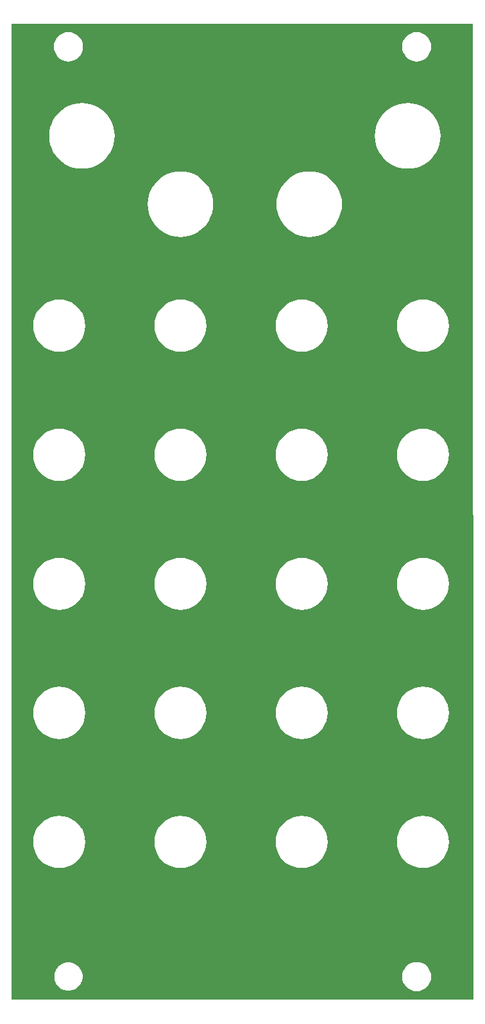
<source format=gbl>
G04 Layer_Physical_Order=2*
G04 Layer_Color=16711680*
%FSLAX25Y25*%
%MOIN*%
G70*
G01*
G75*
G36*
X-0Y-515158D02*
X-354Y-515512D01*
X-240000Y-515512D01*
Y-9606D01*
X-216D01*
X-0Y-515158D01*
D02*
G37*
%LPC*%
G36*
X-26262Y-353281D02*
X-28381Y-353448D01*
X-30449Y-353944D01*
X-32413Y-354758D01*
X-34226Y-355869D01*
X-35843Y-357250D01*
X-37224Y-358866D01*
X-38335Y-360679D01*
X-39148Y-362644D01*
X-39645Y-364711D01*
X-39811Y-366831D01*
X-39645Y-368950D01*
X-39148Y-371018D01*
X-38335Y-372982D01*
X-37224Y-374795D01*
X-35843Y-376412D01*
X-34226Y-377793D01*
X-32413Y-378904D01*
X-30449Y-379717D01*
X-28381Y-380213D01*
X-26262Y-380380D01*
X-24142Y-380213D01*
X-22075Y-379717D01*
X-20110Y-378904D01*
X-18297Y-377793D01*
X-16681Y-376412D01*
X-15300Y-374795D01*
X-14189Y-372982D01*
X-13375Y-371018D01*
X-12879Y-368950D01*
X-12712Y-366831D01*
X-12879Y-364711D01*
X-13375Y-362644D01*
X-14189Y-360679D01*
X-15300Y-358866D01*
X-16681Y-357250D01*
X-18297Y-355869D01*
X-20110Y-354758D01*
X-22075Y-353944D01*
X-24142Y-353448D01*
X-26262Y-353281D01*
D02*
G37*
G36*
X-89254D02*
X-91373Y-353448D01*
X-93441Y-353944D01*
X-95405Y-354758D01*
X-97218Y-355869D01*
X-98835Y-357250D01*
X-100216Y-358866D01*
X-101327Y-360679D01*
X-102140Y-362644D01*
X-102637Y-364711D01*
X-102804Y-366831D01*
X-102637Y-368950D01*
X-102140Y-371018D01*
X-101327Y-372982D01*
X-100216Y-374795D01*
X-98835Y-376412D01*
X-97218Y-377793D01*
X-95405Y-378904D01*
X-93441Y-379717D01*
X-91373Y-380213D01*
X-89254Y-380380D01*
X-87134Y-380213D01*
X-85067Y-379717D01*
X-83103Y-378904D01*
X-81290Y-377793D01*
X-79673Y-376412D01*
X-78292Y-374795D01*
X-77181Y-372982D01*
X-76367Y-371018D01*
X-75871Y-368950D01*
X-75704Y-366831D01*
X-75871Y-364711D01*
X-76367Y-362644D01*
X-77181Y-360679D01*
X-78292Y-358866D01*
X-79673Y-357250D01*
X-81290Y-355869D01*
X-83103Y-354758D01*
X-85067Y-353944D01*
X-87134Y-353448D01*
X-89254Y-353281D01*
D02*
G37*
G36*
X-152246D02*
X-154366Y-353448D01*
X-156433Y-353944D01*
X-158397Y-354758D01*
X-160210Y-355869D01*
X-161827Y-357250D01*
X-163208Y-358866D01*
X-164319Y-360679D01*
X-165133Y-362644D01*
X-165629Y-364711D01*
X-165796Y-366831D01*
X-165629Y-368950D01*
X-165133Y-371018D01*
X-164319Y-372982D01*
X-163208Y-374795D01*
X-161827Y-376412D01*
X-160210Y-377793D01*
X-158397Y-378904D01*
X-156433Y-379717D01*
X-154366Y-380213D01*
X-152246Y-380380D01*
X-150127Y-380213D01*
X-148059Y-379717D01*
X-146095Y-378904D01*
X-144282Y-377793D01*
X-142665Y-376412D01*
X-141284Y-374795D01*
X-140173Y-372982D01*
X-139360Y-371018D01*
X-138863Y-368950D01*
X-138697Y-366831D01*
X-138863Y-364711D01*
X-139360Y-362644D01*
X-140173Y-360679D01*
X-141284Y-358866D01*
X-142665Y-357250D01*
X-144282Y-355869D01*
X-146095Y-354758D01*
X-148059Y-353944D01*
X-150127Y-353448D01*
X-152246Y-353281D01*
D02*
G37*
G36*
X-89254Y-286352D02*
X-91373Y-286519D01*
X-93441Y-287015D01*
X-95405Y-287829D01*
X-97218Y-288940D01*
X-98835Y-290321D01*
X-100216Y-291937D01*
X-101327Y-293750D01*
X-102140Y-295714D01*
X-102637Y-297782D01*
X-102804Y-299902D01*
X-102637Y-302021D01*
X-102140Y-304089D01*
X-101327Y-306053D01*
X-100216Y-307866D01*
X-98835Y-309483D01*
X-97218Y-310863D01*
X-95405Y-311974D01*
X-93441Y-312788D01*
X-91373Y-313284D01*
X-89254Y-313451D01*
X-87134Y-313284D01*
X-85067Y-312788D01*
X-83103Y-311974D01*
X-81290Y-310863D01*
X-79673Y-309483D01*
X-78292Y-307866D01*
X-77181Y-306053D01*
X-76367Y-304089D01*
X-75871Y-302021D01*
X-75704Y-299902D01*
X-75871Y-297782D01*
X-76367Y-295714D01*
X-77181Y-293750D01*
X-78292Y-291937D01*
X-79673Y-290321D01*
X-81290Y-288940D01*
X-83103Y-287829D01*
X-85067Y-287015D01*
X-87134Y-286519D01*
X-89254Y-286352D01*
D02*
G37*
G36*
X-152246D02*
X-154366Y-286519D01*
X-156433Y-287015D01*
X-158397Y-287829D01*
X-160210Y-288940D01*
X-161827Y-290321D01*
X-163208Y-291937D01*
X-164319Y-293750D01*
X-165133Y-295714D01*
X-165629Y-297782D01*
X-165796Y-299902D01*
X-165629Y-302021D01*
X-165133Y-304089D01*
X-164319Y-306053D01*
X-163208Y-307866D01*
X-161827Y-309483D01*
X-160210Y-310863D01*
X-158397Y-311974D01*
X-156433Y-312788D01*
X-154366Y-313284D01*
X-152246Y-313451D01*
X-150127Y-313284D01*
X-148059Y-312788D01*
X-146095Y-311974D01*
X-144282Y-310863D01*
X-142665Y-309483D01*
X-141284Y-307866D01*
X-140173Y-306053D01*
X-139360Y-304089D01*
X-138863Y-302021D01*
X-138697Y-299902D01*
X-138863Y-297782D01*
X-139360Y-295714D01*
X-140173Y-293750D01*
X-141284Y-291937D01*
X-142665Y-290321D01*
X-144282Y-288940D01*
X-146095Y-287829D01*
X-148059Y-287015D01*
X-150127Y-286519D01*
X-152246Y-286352D01*
D02*
G37*
G36*
X-215238D02*
X-217358Y-286519D01*
X-219425Y-287015D01*
X-221390Y-287829D01*
X-223202Y-288940D01*
X-224819Y-290321D01*
X-226200Y-291937D01*
X-227311Y-293750D01*
X-228125Y-295714D01*
X-228621Y-297782D01*
X-228788Y-299902D01*
X-228621Y-302021D01*
X-228125Y-304089D01*
X-227311Y-306053D01*
X-226200Y-307866D01*
X-224819Y-309483D01*
X-223202Y-310863D01*
X-221390Y-311974D01*
X-219425Y-312788D01*
X-217358Y-313284D01*
X-215238Y-313451D01*
X-213119Y-313284D01*
X-211051Y-312788D01*
X-209087Y-311974D01*
X-207274Y-310863D01*
X-205657Y-309483D01*
X-204276Y-307866D01*
X-203165Y-306053D01*
X-202352Y-304089D01*
X-201855Y-302021D01*
X-201689Y-299902D01*
X-201855Y-297782D01*
X-202352Y-295714D01*
X-203165Y-293750D01*
X-204276Y-291937D01*
X-205657Y-290321D01*
X-207274Y-288940D01*
X-209087Y-287829D01*
X-211051Y-287015D01*
X-213119Y-286519D01*
X-215238Y-286352D01*
D02*
G37*
G36*
Y-353281D02*
X-217358Y-353448D01*
X-219425Y-353944D01*
X-221390Y-354758D01*
X-223202Y-355869D01*
X-224819Y-357250D01*
X-226200Y-358866D01*
X-227311Y-360679D01*
X-228125Y-362644D01*
X-228621Y-364711D01*
X-228788Y-366831D01*
X-228621Y-368950D01*
X-228125Y-371018D01*
X-227311Y-372982D01*
X-226200Y-374795D01*
X-224819Y-376412D01*
X-223202Y-377793D01*
X-221390Y-378904D01*
X-219425Y-379717D01*
X-217358Y-380213D01*
X-215238Y-380380D01*
X-213119Y-380213D01*
X-211051Y-379717D01*
X-209087Y-378904D01*
X-207274Y-377793D01*
X-205657Y-376412D01*
X-204276Y-374795D01*
X-203165Y-372982D01*
X-202352Y-371018D01*
X-201855Y-368950D01*
X-201689Y-366831D01*
X-201855Y-364711D01*
X-202352Y-362644D01*
X-203165Y-360679D01*
X-204276Y-358866D01*
X-205657Y-357250D01*
X-207274Y-355869D01*
X-209087Y-354758D01*
X-211051Y-353944D01*
X-213119Y-353448D01*
X-215238Y-353281D01*
D02*
G37*
G36*
Y-420210D02*
X-217358Y-420377D01*
X-219425Y-420873D01*
X-221390Y-421687D01*
X-223202Y-422798D01*
X-224819Y-424179D01*
X-226200Y-425796D01*
X-227311Y-427608D01*
X-228125Y-429573D01*
X-228621Y-431640D01*
X-228788Y-433760D01*
X-228621Y-435879D01*
X-228125Y-437947D01*
X-227311Y-439911D01*
X-226200Y-441724D01*
X-224819Y-443341D01*
X-223202Y-444722D01*
X-221390Y-445833D01*
X-219425Y-446646D01*
X-217358Y-447143D01*
X-215238Y-447309D01*
X-213119Y-447143D01*
X-211051Y-446646D01*
X-209087Y-445833D01*
X-207274Y-444722D01*
X-205657Y-443341D01*
X-204276Y-441724D01*
X-203165Y-439911D01*
X-202352Y-437947D01*
X-201855Y-435879D01*
X-201689Y-433760D01*
X-201855Y-431640D01*
X-202352Y-429573D01*
X-203165Y-427608D01*
X-204276Y-425796D01*
X-205657Y-424179D01*
X-207274Y-422798D01*
X-209087Y-421687D01*
X-211051Y-420873D01*
X-213119Y-420377D01*
X-215238Y-420210D01*
D02*
G37*
G36*
X-209847Y-496264D02*
X-211088D01*
X-211187Y-496283D01*
X-211287D01*
X-212504Y-496526D01*
X-212597Y-496564D01*
X-212696Y-496584D01*
X-213842Y-497058D01*
X-213925Y-497114D01*
X-214018Y-497153D01*
X-215050Y-497842D01*
X-215121Y-497913D01*
X-215204Y-497969D01*
X-216082Y-498846D01*
X-216138Y-498930D01*
X-216209Y-499001D01*
X-216898Y-500033D01*
X-216936Y-500125D01*
X-216992Y-500209D01*
X-217467Y-501355D01*
X-217487Y-501454D01*
X-217525Y-501546D01*
X-217767Y-502763D01*
Y-502864D01*
X-217787Y-502962D01*
Y-504203D01*
X-217767Y-504302D01*
Y-504402D01*
X-217525Y-505619D01*
X-217487Y-505712D01*
X-217467Y-505810D01*
X-216992Y-506957D01*
X-216936Y-507040D01*
X-216898Y-507133D01*
X-216209Y-508165D01*
X-216138Y-508236D01*
X-216082Y-508319D01*
X-215204Y-509197D01*
X-215121Y-509252D01*
X-215050Y-509323D01*
X-214018Y-510013D01*
X-213925Y-510051D01*
X-213842Y-510107D01*
X-212696Y-510582D01*
X-212597Y-510601D01*
X-212504Y-510640D01*
X-211287Y-510882D01*
X-211187D01*
X-211088Y-510901D01*
X-209847D01*
X-209749Y-510882D01*
X-209649D01*
X-208432Y-510640D01*
X-208339Y-510601D01*
X-208240Y-510582D01*
X-207094Y-510107D01*
X-207011Y-510051D01*
X-206918Y-510013D01*
X-205886Y-509323D01*
X-205815Y-509252D01*
X-205732Y-509197D01*
X-204854Y-508319D01*
X-204798Y-508236D01*
X-204727Y-508165D01*
X-204038Y-507133D01*
X-203999Y-507040D01*
X-203944Y-506957D01*
X-203469Y-505810D01*
X-203449Y-505712D01*
X-203411Y-505619D01*
X-203169Y-504402D01*
Y-504302D01*
X-203149Y-504203D01*
Y-502962D01*
X-203169Y-502864D01*
Y-502763D01*
X-203411Y-501546D01*
X-203449Y-501454D01*
X-203469Y-501355D01*
X-203944Y-500209D01*
X-203999Y-500125D01*
X-204038Y-500033D01*
X-204727Y-499001D01*
X-204798Y-498930D01*
X-204854Y-498846D01*
X-205732Y-497969D01*
X-205815Y-497913D01*
X-205886Y-497842D01*
X-206918Y-497153D01*
X-207011Y-497114D01*
X-207094Y-497058D01*
X-208240Y-496584D01*
X-208339Y-496564D01*
X-208432Y-496526D01*
X-209649Y-496283D01*
X-209749D01*
X-209847Y-496264D01*
D02*
G37*
G36*
X-29528Y-495997D02*
X-31008Y-496143D01*
X-32430Y-496574D01*
X-33742Y-497275D01*
X-34892Y-498219D01*
X-35835Y-499368D01*
X-36536Y-500680D01*
X-36968Y-502103D01*
X-37113Y-503583D01*
X-36968Y-505063D01*
X-36536Y-506486D01*
X-35835Y-507797D01*
X-34892Y-508947D01*
X-33742Y-509890D01*
X-32430Y-510591D01*
X-31008Y-511023D01*
X-29528Y-511168D01*
X-28048Y-511023D01*
X-26625Y-510591D01*
X-25313Y-509890D01*
X-24164Y-508947D01*
X-23220Y-507797D01*
X-22519Y-506486D01*
X-22088Y-505063D01*
X-21942Y-503583D01*
X-22088Y-502103D01*
X-22519Y-500680D01*
X-23220Y-499368D01*
X-24164Y-498219D01*
X-25313Y-497275D01*
X-26625Y-496574D01*
X-28048Y-496143D01*
X-29528Y-495997D01*
D02*
G37*
G36*
X-26262Y-420210D02*
X-28381Y-420377D01*
X-30449Y-420873D01*
X-32413Y-421687D01*
X-34226Y-422798D01*
X-35843Y-424179D01*
X-37224Y-425796D01*
X-38335Y-427608D01*
X-39148Y-429573D01*
X-39645Y-431640D01*
X-39811Y-433760D01*
X-39645Y-435879D01*
X-39148Y-437947D01*
X-38335Y-439911D01*
X-37224Y-441724D01*
X-35843Y-443341D01*
X-34226Y-444722D01*
X-32413Y-445833D01*
X-30449Y-446646D01*
X-28381Y-447143D01*
X-26262Y-447309D01*
X-24142Y-447143D01*
X-22075Y-446646D01*
X-20110Y-445833D01*
X-18297Y-444722D01*
X-16681Y-443341D01*
X-15300Y-441724D01*
X-14189Y-439911D01*
X-13375Y-437947D01*
X-12879Y-435879D01*
X-12712Y-433760D01*
X-12879Y-431640D01*
X-13375Y-429573D01*
X-14189Y-427608D01*
X-15300Y-425796D01*
X-16681Y-424179D01*
X-18297Y-422798D01*
X-20110Y-421687D01*
X-22075Y-420873D01*
X-24142Y-420377D01*
X-26262Y-420210D01*
D02*
G37*
G36*
X-89254D02*
X-91373Y-420377D01*
X-93441Y-420873D01*
X-95405Y-421687D01*
X-97218Y-422798D01*
X-98835Y-424179D01*
X-100216Y-425796D01*
X-101327Y-427608D01*
X-102140Y-429573D01*
X-102637Y-431640D01*
X-102804Y-433760D01*
X-102637Y-435879D01*
X-102140Y-437947D01*
X-101327Y-439911D01*
X-100216Y-441724D01*
X-98835Y-443341D01*
X-97218Y-444722D01*
X-95405Y-445833D01*
X-93441Y-446646D01*
X-91373Y-447143D01*
X-89254Y-447309D01*
X-87134Y-447143D01*
X-85067Y-446646D01*
X-83103Y-445833D01*
X-81290Y-444722D01*
X-79673Y-443341D01*
X-78292Y-441724D01*
X-77181Y-439911D01*
X-76367Y-437947D01*
X-75871Y-435879D01*
X-75704Y-433760D01*
X-75871Y-431640D01*
X-76367Y-429573D01*
X-77181Y-427608D01*
X-78292Y-425796D01*
X-79673Y-424179D01*
X-81290Y-422798D01*
X-83103Y-421687D01*
X-85067Y-420873D01*
X-87134Y-420377D01*
X-89254Y-420210D01*
D02*
G37*
G36*
X-152246D02*
X-154366Y-420377D01*
X-156433Y-420873D01*
X-158397Y-421687D01*
X-160210Y-422798D01*
X-161827Y-424179D01*
X-163208Y-425796D01*
X-164319Y-427608D01*
X-165133Y-429573D01*
X-165629Y-431640D01*
X-165796Y-433760D01*
X-165629Y-435879D01*
X-165133Y-437947D01*
X-164319Y-439911D01*
X-163208Y-441724D01*
X-161827Y-443341D01*
X-160210Y-444722D01*
X-158397Y-445833D01*
X-156433Y-446646D01*
X-154366Y-447143D01*
X-152246Y-447309D01*
X-150127Y-447143D01*
X-148059Y-446646D01*
X-146095Y-445833D01*
X-144282Y-444722D01*
X-142665Y-443341D01*
X-141284Y-441724D01*
X-140173Y-439911D01*
X-139360Y-437947D01*
X-138863Y-435879D01*
X-138697Y-433760D01*
X-138863Y-431640D01*
X-139360Y-429573D01*
X-140173Y-427608D01*
X-141284Y-425796D01*
X-142665Y-424179D01*
X-144282Y-422798D01*
X-146095Y-421687D01*
X-148059Y-420873D01*
X-150127Y-420377D01*
X-152246Y-420210D01*
D02*
G37*
G36*
X-26262Y-286352D02*
X-28381Y-286519D01*
X-30449Y-287015D01*
X-32413Y-287829D01*
X-34226Y-288940D01*
X-35843Y-290321D01*
X-37224Y-291937D01*
X-38335Y-293750D01*
X-39148Y-295714D01*
X-39645Y-297782D01*
X-39811Y-299902D01*
X-39645Y-302021D01*
X-39148Y-304089D01*
X-38335Y-306053D01*
X-37224Y-307866D01*
X-35843Y-309483D01*
X-34226Y-310863D01*
X-32413Y-311974D01*
X-30449Y-312788D01*
X-28381Y-313284D01*
X-26262Y-313451D01*
X-24142Y-313284D01*
X-22075Y-312788D01*
X-20110Y-311974D01*
X-18297Y-310863D01*
X-16681Y-309483D01*
X-15300Y-307866D01*
X-14189Y-306053D01*
X-13375Y-304089D01*
X-12879Y-302021D01*
X-12712Y-299902D01*
X-12879Y-297782D01*
X-13375Y-295714D01*
X-14189Y-293750D01*
X-15300Y-291937D01*
X-16681Y-290321D01*
X-18297Y-288940D01*
X-20110Y-287829D01*
X-22075Y-287015D01*
X-24142Y-286519D01*
X-26262Y-286352D01*
D02*
G37*
G36*
X-85317Y-86015D02*
X-87541Y-86160D01*
X-89726Y-86595D01*
X-91837Y-87312D01*
X-93835Y-88297D01*
X-95688Y-89535D01*
X-97364Y-91005D01*
X-98833Y-92680D01*
X-100071Y-94533D01*
X-101057Y-96532D01*
X-101773Y-98642D01*
X-102208Y-100828D01*
X-102353Y-103051D01*
X-102208Y-105275D01*
X-101773Y-107461D01*
X-101057Y-109571D01*
X-100071Y-111569D01*
X-98833Y-113422D01*
X-97364Y-115098D01*
X-95688Y-116567D01*
X-93835Y-117805D01*
X-91837Y-118791D01*
X-89726Y-119507D01*
X-87541Y-119942D01*
X-85317Y-120088D01*
X-83093Y-119942D01*
X-80907Y-119507D01*
X-78797Y-118791D01*
X-76799Y-117805D01*
X-74946Y-116567D01*
X-73270Y-115098D01*
X-71801Y-113422D01*
X-70563Y-111569D01*
X-69577Y-109571D01*
X-68861Y-107461D01*
X-68426Y-105275D01*
X-68280Y-103051D01*
X-68426Y-100828D01*
X-68861Y-98642D01*
X-69577Y-96532D01*
X-70563Y-94533D01*
X-71801Y-92680D01*
X-73270Y-91005D01*
X-74946Y-89535D01*
X-76799Y-88297D01*
X-78797Y-87312D01*
X-80907Y-86595D01*
X-83093Y-86160D01*
X-85317Y-86015D01*
D02*
G37*
G36*
X-152246D02*
X-154470Y-86160D01*
X-156656Y-86595D01*
X-158766Y-87312D01*
X-160764Y-88297D01*
X-162617Y-89535D01*
X-164293Y-91005D01*
X-165762Y-92680D01*
X-167000Y-94533D01*
X-167986Y-96532D01*
X-168702Y-98642D01*
X-169137Y-100828D01*
X-169283Y-103051D01*
X-169137Y-105275D01*
X-168702Y-107461D01*
X-167986Y-109571D01*
X-167000Y-111569D01*
X-165762Y-113422D01*
X-164293Y-115098D01*
X-162617Y-116567D01*
X-160764Y-117805D01*
X-158766Y-118791D01*
X-156656Y-119507D01*
X-154470Y-119942D01*
X-152246Y-120088D01*
X-150022Y-119942D01*
X-147837Y-119507D01*
X-145727Y-118791D01*
X-143728Y-117805D01*
X-141875Y-116567D01*
X-140199Y-115098D01*
X-138730Y-113422D01*
X-137492Y-111569D01*
X-136506Y-109571D01*
X-135790Y-107461D01*
X-135355Y-105275D01*
X-135210Y-103051D01*
X-135355Y-100828D01*
X-135790Y-98642D01*
X-136506Y-96532D01*
X-137492Y-94533D01*
X-138730Y-92680D01*
X-140199Y-91005D01*
X-141875Y-89535D01*
X-143728Y-88297D01*
X-145727Y-87312D01*
X-147837Y-86595D01*
X-150022Y-86160D01*
X-152246Y-86015D01*
D02*
G37*
G36*
X-26262Y-152494D02*
X-28381Y-152661D01*
X-30449Y-153157D01*
X-32413Y-153971D01*
X-34226Y-155081D01*
X-35843Y-156462D01*
X-37224Y-158079D01*
X-38335Y-159892D01*
X-39148Y-161856D01*
X-39645Y-163924D01*
X-39811Y-166043D01*
X-39645Y-168163D01*
X-39148Y-170230D01*
X-38335Y-172195D01*
X-37224Y-174008D01*
X-35843Y-175624D01*
X-34226Y-177005D01*
X-32413Y-178116D01*
X-30449Y-178930D01*
X-28381Y-179426D01*
X-26262Y-179593D01*
X-24142Y-179426D01*
X-22075Y-178930D01*
X-20110Y-178116D01*
X-18297Y-177005D01*
X-16681Y-175624D01*
X-15300Y-174008D01*
X-14189Y-172195D01*
X-13375Y-170230D01*
X-12879Y-168163D01*
X-12712Y-166043D01*
X-12879Y-163924D01*
X-13375Y-161856D01*
X-14189Y-159892D01*
X-15300Y-158079D01*
X-16681Y-156462D01*
X-18297Y-155081D01*
X-20110Y-153971D01*
X-22075Y-153157D01*
X-24142Y-152661D01*
X-26262Y-152494D01*
D02*
G37*
G36*
X-203427Y-50582D02*
X-205651Y-50727D01*
X-207837Y-51162D01*
X-209947Y-51878D01*
X-211945Y-52864D01*
X-213798Y-54102D01*
X-215474Y-55572D01*
X-216943Y-57247D01*
X-218181Y-59100D01*
X-219167Y-61098D01*
X-219883Y-63209D01*
X-220318Y-65394D01*
X-220464Y-67618D01*
X-220318Y-69842D01*
X-219883Y-72027D01*
X-219167Y-74138D01*
X-218181Y-76136D01*
X-216943Y-77989D01*
X-215474Y-79665D01*
X-213798Y-81134D01*
X-211945Y-82372D01*
X-209947Y-83358D01*
X-207837Y-84074D01*
X-205651Y-84509D01*
X-203427Y-84655D01*
X-201203Y-84509D01*
X-199018Y-84074D01*
X-196908Y-83358D01*
X-194909Y-82372D01*
X-193056Y-81134D01*
X-191381Y-79665D01*
X-189911Y-77989D01*
X-188673Y-76136D01*
X-187688Y-74138D01*
X-186971Y-72027D01*
X-186537Y-69842D01*
X-186391Y-67618D01*
X-186537Y-65394D01*
X-186971Y-63209D01*
X-187688Y-61098D01*
X-188673Y-59100D01*
X-189911Y-57247D01*
X-191381Y-55572D01*
X-193056Y-54102D01*
X-194909Y-52864D01*
X-196908Y-51878D01*
X-199018Y-51162D01*
X-201203Y-50727D01*
X-203427Y-50582D01*
D02*
G37*
G36*
X-29528Y-13832D02*
X-31008Y-13977D01*
X-32430Y-14409D01*
X-33742Y-15110D01*
X-34892Y-16053D01*
X-35835Y-17203D01*
X-36536Y-18514D01*
X-36968Y-19937D01*
X-37113Y-21417D01*
X-36968Y-22897D01*
X-36536Y-24320D01*
X-35835Y-25632D01*
X-34892Y-26781D01*
X-33742Y-27725D01*
X-32430Y-28426D01*
X-31008Y-28857D01*
X-29528Y-29003D01*
X-28048Y-28857D01*
X-26625Y-28426D01*
X-25313Y-27725D01*
X-24164Y-26781D01*
X-23220Y-25632D01*
X-22519Y-24320D01*
X-22088Y-22897D01*
X-21942Y-21417D01*
X-22088Y-19937D01*
X-22519Y-18514D01*
X-23220Y-17203D01*
X-24164Y-16053D01*
X-25313Y-15110D01*
X-26625Y-14409D01*
X-28048Y-13977D01*
X-29528Y-13832D01*
D02*
G37*
G36*
X-210472D02*
X-211952Y-13977D01*
X-213375Y-14409D01*
X-214687Y-15110D01*
X-215836Y-16053D01*
X-216780Y-17203D01*
X-217481Y-18514D01*
X-217912Y-19937D01*
X-218058Y-21417D01*
X-217912Y-22897D01*
X-217481Y-24320D01*
X-216780Y-25632D01*
X-215836Y-26781D01*
X-214687Y-27725D01*
X-213375Y-28426D01*
X-211952Y-28857D01*
X-210472Y-29003D01*
X-208993Y-28857D01*
X-207570Y-28426D01*
X-206258Y-27725D01*
X-205108Y-26781D01*
X-204165Y-25632D01*
X-203464Y-24320D01*
X-203032Y-22897D01*
X-202887Y-21417D01*
X-203032Y-19937D01*
X-203464Y-18514D01*
X-204165Y-17203D01*
X-205108Y-16053D01*
X-206258Y-15110D01*
X-207570Y-14409D01*
X-208993Y-13977D01*
X-210472Y-13832D01*
D02*
G37*
G36*
X-34136Y-50582D02*
X-36360Y-50727D01*
X-38545Y-51162D01*
X-40655Y-51878D01*
X-42654Y-52864D01*
X-44507Y-54102D01*
X-46182Y-55572D01*
X-47652Y-57247D01*
X-48890Y-59100D01*
X-49876Y-61098D01*
X-50592Y-63209D01*
X-51026Y-65394D01*
X-51172Y-67618D01*
X-51026Y-69842D01*
X-50592Y-72027D01*
X-49876Y-74138D01*
X-48890Y-76136D01*
X-47652Y-77989D01*
X-46182Y-79665D01*
X-44507Y-81134D01*
X-42654Y-82372D01*
X-40655Y-83358D01*
X-38545Y-84074D01*
X-36360Y-84509D01*
X-34136Y-84655D01*
X-31912Y-84509D01*
X-29726Y-84074D01*
X-27616Y-83358D01*
X-25618Y-82372D01*
X-23765Y-81134D01*
X-22089Y-79665D01*
X-20620Y-77989D01*
X-19382Y-76136D01*
X-18396Y-74138D01*
X-17680Y-72027D01*
X-17245Y-69842D01*
X-17099Y-67618D01*
X-17245Y-65394D01*
X-17680Y-63209D01*
X-18396Y-61098D01*
X-19382Y-59100D01*
X-20620Y-57247D01*
X-22089Y-55572D01*
X-23765Y-54102D01*
X-25618Y-52864D01*
X-27616Y-51878D01*
X-29726Y-51162D01*
X-31912Y-50727D01*
X-34136Y-50582D01*
D02*
G37*
G36*
X-89254Y-219423D02*
X-91373Y-219590D01*
X-93441Y-220086D01*
X-95405Y-220900D01*
X-97218Y-222010D01*
X-98835Y-223391D01*
X-100216Y-225008D01*
X-101327Y-226821D01*
X-102140Y-228785D01*
X-102637Y-230853D01*
X-102804Y-232972D01*
X-102637Y-235092D01*
X-102140Y-237159D01*
X-101327Y-239124D01*
X-100216Y-240937D01*
X-98835Y-242553D01*
X-97218Y-243934D01*
X-95405Y-245045D01*
X-93441Y-245859D01*
X-91373Y-246355D01*
X-89254Y-246522D01*
X-87134Y-246355D01*
X-85067Y-245859D01*
X-83103Y-245045D01*
X-81290Y-243934D01*
X-79673Y-242553D01*
X-78292Y-240937D01*
X-77181Y-239124D01*
X-76367Y-237159D01*
X-75871Y-235092D01*
X-75704Y-232972D01*
X-75871Y-230853D01*
X-76367Y-228785D01*
X-77181Y-226821D01*
X-78292Y-225008D01*
X-79673Y-223391D01*
X-81290Y-222010D01*
X-83103Y-220900D01*
X-85067Y-220086D01*
X-87134Y-219590D01*
X-89254Y-219423D01*
D02*
G37*
G36*
X-152246D02*
X-154366Y-219590D01*
X-156433Y-220086D01*
X-158397Y-220900D01*
X-160210Y-222010D01*
X-161827Y-223391D01*
X-163208Y-225008D01*
X-164319Y-226821D01*
X-165133Y-228785D01*
X-165629Y-230853D01*
X-165796Y-232972D01*
X-165629Y-235092D01*
X-165133Y-237159D01*
X-164319Y-239124D01*
X-163208Y-240937D01*
X-161827Y-242553D01*
X-160210Y-243934D01*
X-158397Y-245045D01*
X-156433Y-245859D01*
X-154366Y-246355D01*
X-152246Y-246522D01*
X-150127Y-246355D01*
X-148059Y-245859D01*
X-146095Y-245045D01*
X-144282Y-243934D01*
X-142665Y-242553D01*
X-141284Y-240937D01*
X-140173Y-239124D01*
X-139360Y-237159D01*
X-138863Y-235092D01*
X-138697Y-232972D01*
X-138863Y-230853D01*
X-139360Y-228785D01*
X-140173Y-226821D01*
X-141284Y-225008D01*
X-142665Y-223391D01*
X-144282Y-222010D01*
X-146095Y-220900D01*
X-148059Y-220086D01*
X-150127Y-219590D01*
X-152246Y-219423D01*
D02*
G37*
G36*
X-215238D02*
X-217358Y-219590D01*
X-219425Y-220086D01*
X-221390Y-220900D01*
X-223202Y-222010D01*
X-224819Y-223391D01*
X-226200Y-225008D01*
X-227311Y-226821D01*
X-228125Y-228785D01*
X-228621Y-230853D01*
X-228788Y-232972D01*
X-228621Y-235092D01*
X-228125Y-237159D01*
X-227311Y-239124D01*
X-226200Y-240937D01*
X-224819Y-242553D01*
X-223202Y-243934D01*
X-221390Y-245045D01*
X-219425Y-245859D01*
X-217358Y-246355D01*
X-215238Y-246522D01*
X-213119Y-246355D01*
X-211051Y-245859D01*
X-209087Y-245045D01*
X-207274Y-243934D01*
X-205657Y-242553D01*
X-204276Y-240937D01*
X-203165Y-239124D01*
X-202352Y-237159D01*
X-201855Y-235092D01*
X-201689Y-232972D01*
X-201855Y-230853D01*
X-202352Y-228785D01*
X-203165Y-226821D01*
X-204276Y-225008D01*
X-205657Y-223391D01*
X-207274Y-222010D01*
X-209087Y-220900D01*
X-211051Y-220086D01*
X-213119Y-219590D01*
X-215238Y-219423D01*
D02*
G37*
G36*
X-26262D02*
X-28381Y-219590D01*
X-30449Y-220086D01*
X-32413Y-220900D01*
X-34226Y-222010D01*
X-35843Y-223391D01*
X-37224Y-225008D01*
X-38335Y-226821D01*
X-39148Y-228785D01*
X-39645Y-230853D01*
X-39811Y-232972D01*
X-39645Y-235092D01*
X-39148Y-237159D01*
X-38335Y-239124D01*
X-37224Y-240937D01*
X-35843Y-242553D01*
X-34226Y-243934D01*
X-32413Y-245045D01*
X-30449Y-245859D01*
X-28381Y-246355D01*
X-26262Y-246522D01*
X-24142Y-246355D01*
X-22075Y-245859D01*
X-20110Y-245045D01*
X-18297Y-243934D01*
X-16681Y-242553D01*
X-15300Y-240937D01*
X-14189Y-239124D01*
X-13375Y-237159D01*
X-12879Y-235092D01*
X-12712Y-232972D01*
X-12879Y-230853D01*
X-13375Y-228785D01*
X-14189Y-226821D01*
X-15300Y-225008D01*
X-16681Y-223391D01*
X-18297Y-222010D01*
X-20110Y-220900D01*
X-22075Y-220086D01*
X-24142Y-219590D01*
X-26262Y-219423D01*
D02*
G37*
G36*
X-89254Y-152494D02*
X-91373Y-152661D01*
X-93441Y-153157D01*
X-95405Y-153971D01*
X-97218Y-155081D01*
X-98835Y-156462D01*
X-100216Y-158079D01*
X-101327Y-159892D01*
X-102140Y-161856D01*
X-102637Y-163924D01*
X-102804Y-166043D01*
X-102637Y-168163D01*
X-102140Y-170230D01*
X-101327Y-172195D01*
X-100216Y-174008D01*
X-98835Y-175624D01*
X-97218Y-177005D01*
X-95405Y-178116D01*
X-93441Y-178930D01*
X-91373Y-179426D01*
X-89254Y-179593D01*
X-87134Y-179426D01*
X-85067Y-178930D01*
X-83103Y-178116D01*
X-81290Y-177005D01*
X-79673Y-175624D01*
X-78292Y-174008D01*
X-77181Y-172195D01*
X-76367Y-170230D01*
X-75871Y-168163D01*
X-75704Y-166043D01*
X-75871Y-163924D01*
X-76367Y-161856D01*
X-77181Y-159892D01*
X-78292Y-158079D01*
X-79673Y-156462D01*
X-81290Y-155081D01*
X-83103Y-153971D01*
X-85067Y-153157D01*
X-87134Y-152661D01*
X-89254Y-152494D01*
D02*
G37*
G36*
X-152246D02*
X-154366Y-152661D01*
X-156433Y-153157D01*
X-158397Y-153971D01*
X-160210Y-155081D01*
X-161827Y-156462D01*
X-163208Y-158079D01*
X-164319Y-159892D01*
X-165133Y-161856D01*
X-165629Y-163924D01*
X-165796Y-166043D01*
X-165629Y-168163D01*
X-165133Y-170230D01*
X-164319Y-172195D01*
X-163208Y-174008D01*
X-161827Y-175624D01*
X-160210Y-177005D01*
X-158397Y-178116D01*
X-156433Y-178930D01*
X-154366Y-179426D01*
X-152246Y-179593D01*
X-150127Y-179426D01*
X-148059Y-178930D01*
X-146095Y-178116D01*
X-144282Y-177005D01*
X-142665Y-175624D01*
X-141284Y-174008D01*
X-140173Y-172195D01*
X-139360Y-170230D01*
X-138863Y-168163D01*
X-138697Y-166043D01*
X-138863Y-163924D01*
X-139360Y-161856D01*
X-140173Y-159892D01*
X-141284Y-158079D01*
X-142665Y-156462D01*
X-144282Y-155081D01*
X-146095Y-153971D01*
X-148059Y-153157D01*
X-150127Y-152661D01*
X-152246Y-152494D01*
D02*
G37*
G36*
X-215238D02*
X-217358Y-152661D01*
X-219425Y-153157D01*
X-221390Y-153971D01*
X-223202Y-155081D01*
X-224819Y-156462D01*
X-226200Y-158079D01*
X-227311Y-159892D01*
X-228125Y-161856D01*
X-228621Y-163924D01*
X-228788Y-166043D01*
X-228621Y-168163D01*
X-228125Y-170230D01*
X-227311Y-172195D01*
X-226200Y-174008D01*
X-224819Y-175624D01*
X-223202Y-177005D01*
X-221390Y-178116D01*
X-219425Y-178930D01*
X-217358Y-179426D01*
X-215238Y-179593D01*
X-213119Y-179426D01*
X-211051Y-178930D01*
X-209087Y-178116D01*
X-207274Y-177005D01*
X-205657Y-175624D01*
X-204276Y-174008D01*
X-203165Y-172195D01*
X-202352Y-170230D01*
X-201855Y-168163D01*
X-201689Y-166043D01*
X-201855Y-163924D01*
X-202352Y-161856D01*
X-203165Y-159892D01*
X-204276Y-158079D01*
X-205657Y-156462D01*
X-207274Y-155081D01*
X-209087Y-153971D01*
X-211051Y-153157D01*
X-213119Y-152661D01*
X-215238Y-152494D01*
D02*
G37*
%LPD*%
M02*

</source>
